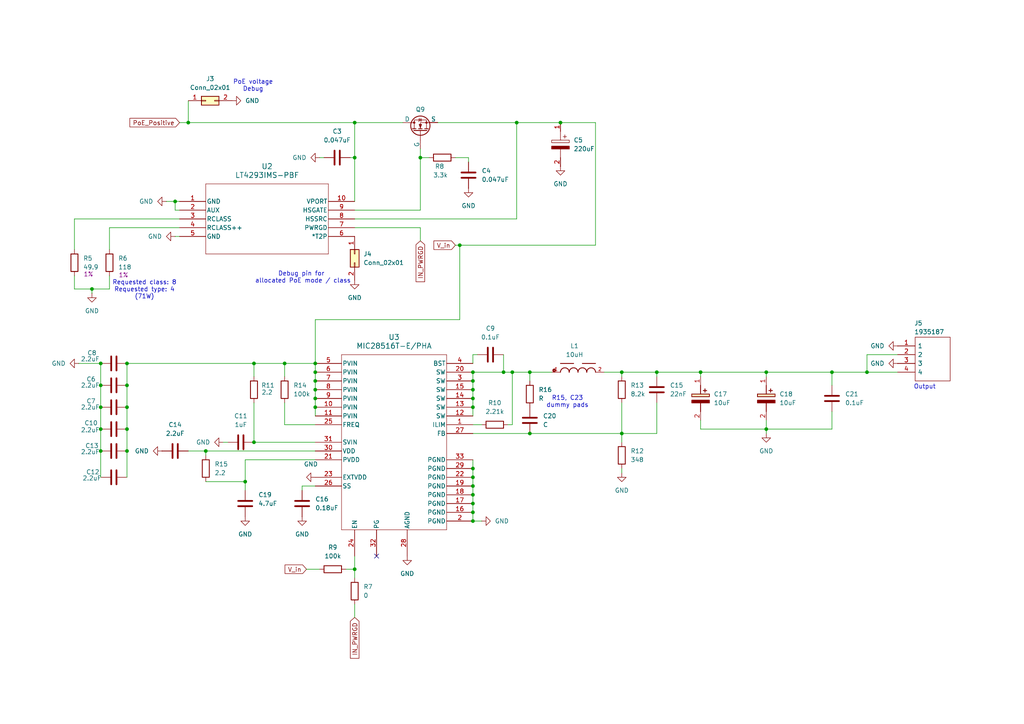
<source format=kicad_sch>
(kicad_sch (version 20231120) (generator "eeschema") (generator_version "8.0")
  (paper "A4")
  (lib_symbols
    (symbol "1935187:1935187" (pin_names (offset 0.762))
      (property "Reference" "J" (at 16.51 7.62 0))
      (property "Value" "1935187" (at 16.51 5.08 0))
      (symbol "1935187_0_0"
        (pin passive line (at 0 0 0) (length 5.08) (name "1") (number "1"))
        (pin passive line (at 0 -2.54 0) (length 5.08) (name "2") (number "2"))
        (pin passive line (at 0 -5.08 0) (length 5.08) (name "3") (number "3"))
        (pin passive line (at 0 -7.62 0) (length 5.08) (name "4") (number "4"))
      )
      (symbol "1935187_0_1"
        (polyline (pts (xy 5.08 2.54) (xy 15.24 2.54) (xy 15.24 -10.16) (xy 5.08 -10.16) (xy 5.08 2.54)) (stroke (width 0.1524)))
      )
    )
    (symbol "2025-02-18_13-22-43:LT4293IMS-PBF" (pin_names (offset 0.254))
      (property "Reference" "U" (at 25.4 10.16 0))
      (property "Value" "LT4293IMS-PBF" (at 25.4 7.62 0))
      (symbol "LT4293IMS-PBF_0_1"
        (polyline (pts (xy 7.62 -15.24) (xy 43.18 -15.24)) (stroke (width 0.127)))
        (polyline (pts (xy 7.62 5.08) (xy 7.62 -15.24)) (stroke (width 0.127)))
        (polyline (pts (xy 43.18 -15.24) (xy 43.18 5.08)) (stroke (width 0.127)))
        (polyline (pts (xy 43.18 5.08) (xy 7.62 5.08)) (stroke (width 0.127)))
        (pin power_out line (at 0 0 0) (length 7.62) (name "GND") (number "1"))
        (pin power_in line (at 50.8 0 180) (length 7.62) (name "VPORT") (number "10"))
        (pin unspecified line (at 0 -2.54 0) (length 7.62) (name "AUX") (number "2"))
        (pin unspecified line (at 0 -5.08 0) (length 7.62) (name "RCLASS") (number "3"))
        (pin unspecified line (at 0 -7.62 0) (length 7.62) (name "RCLASS++") (number "4"))
        (pin power_out line (at 0 -10.16 0) (length 7.62) (name "GND") (number "5"))
        (pin output line (at 50.8 -10.16 180) (length 7.62) (name "*T2P") (number "6"))
        (pin output line (at 50.8 -7.62 180) (length 7.62) (name "PWRGD") (number "7"))
        (pin power_in line (at 50.8 -5.08 180) (length 7.62) (name "HSSRC") (number "8"))
        (pin power_in line (at 50.8 -2.54 180) (length 7.62) (name "HSGATE") (number "9"))
      )
    )
    (symbol "2025-02-26_10-35-35:MIC28516T-E_PHA" (pin_names (offset 0.254))
      (property "Reference" "U3" (at 22.86 10.16 0))
      (property "Value" "MIC28516T-E/PHA" (at 22.86 7.62 0))
      (symbol "MIC28516T-E_PHA_0_1"
        (polyline (pts (xy 7.62 -45.72) (xy 38.1 -45.72)) (stroke (width 0.127)))
        (polyline (pts (xy 7.62 5.08) (xy 7.62 -45.72)) (stroke (width 0.127)))
        (polyline (pts (xy 38.1 -45.72) (xy 38.1 5.08)) (stroke (width 0.127)))
        (polyline (pts (xy 38.1 5.08) (xy 7.62 5.08)) (stroke (width 0.127)))
        (pin input line (at 45.72 -15.24 180) (length 7.62) (name "ILIM") (number "1"))
        (pin power_in line (at 0 -10.16 0) (length 7.62) (name "PVIN") (number "10"))
        (pin power_in line (at 0 -12.7 0) (length 7.62) (name "PVIN") (number "11"))
        (pin output line (at 45.72 -12.7 180) (length 7.62) (name "SW") (number "12"))
        (pin output line (at 45.72 -10.16 180) (length 7.62) (name "SW") (number "13"))
        (pin output line (at 45.72 -7.62 180) (length 7.62) (name "SW") (number "14"))
        (pin output line (at 45.72 -5.08 180) (length 7.62) (name "SW") (number "15"))
        (pin power_out line (at 45.72 -40.64 180) (length 7.62) (name "PGND") (number "16"))
        (pin power_out line (at 45.72 -38.1 180) (length 7.62) (name "PGND") (number "17"))
        (pin power_out line (at 45.72 -35.56 180) (length 7.62) (name "PGND") (number "18"))
        (pin power_out line (at 45.72 -33.02 180) (length 7.62) (name "PGND") (number "19"))
        (pin power_out line (at 45.72 -43.18 180) (length 7.62) (name "PGND") (number "2"))
        (pin output line (at 45.72 0 180) (length 7.62) (name "SW") (number "20"))
        (pin power_in line (at 0 -25.4 0) (length 7.62) (name "PVDD") (number "21"))
        (pin power_out line (at 45.72 -30.48 180) (length 7.62) (name "PGND") (number "22"))
        (pin power_in line (at 0 -30.48 0) (length 7.62) (name "EXTVDD") (number "23"))
        (pin input line (at 11.43 -53.34 90) (length 7.62) (name "EN") (number "24"))
        (pin input line (at 0 -15.24 0) (length 7.62) (name "FREQ") (number "25"))
        (pin input line (at 0 -33.02 0) (length 7.62) (name "SS") (number "26"))
        (pin input line (at 45.72 -17.78 180) (length 7.62) (name "FB") (number "27"))
        (pin power_out line (at 26.67 -53.34 90) (length 7.62) (name "AGND") (number "28"))
        (pin power_out line (at 45.72 -27.94 180) (length 7.62) (name "PGND") (number "29"))
        (pin output line (at 45.72 -2.54 180) (length 7.62) (name "SW") (number "3"))
        (pin power_in line (at 0 -22.86 0) (length 7.62) (name "VDD") (number "30"))
        (pin power_in line (at 0 -20.32 0) (length 7.62) (name "SVIN") (number "31"))
        (pin output line (at 17.78 -53.34 90) (length 7.62) (name "PG") (number "32"))
        (pin power_out line (at 45.72 -25.4 180) (length 7.62) (name "PGND") (number "33"))
        (pin output line (at 45.72 2.54 180) (length 7.62) (name "BST") (number "4"))
        (pin power_in line (at 0 2.54 0) (length 7.62) (name "PVIN") (number "5"))
        (pin power_in line (at 0 0 0) (length 7.62) (name "PVIN") (number "6"))
        (pin power_in line (at 0 -2.54 0) (length 7.62) (name "PVIN") (number "7"))
        (pin power_in line (at 0 -5.08 0) (length 7.62) (name "PVIN") (number "8"))
        (pin power_in line (at 0 -7.62 0) (length 7.62) (name "PVIN") (number "9"))
      )
    )
    (symbol "20SVPA10M:20SVPA10M" (pin_names hide)
      (property "Reference" "C" (at 8.89 6.35 0))
      (property "Value" "20SVPA10M" (at 8.89 3.81 0))
      (symbol "20SVPA10M_1_1"
        (polyline (pts (xy 2.54 0) (xy 5.08 0)) (stroke (width 0.254)))
        (polyline (pts (xy 4.064 1.778) (xy 4.064 0.762)) (stroke (width 0.254)))
        (polyline (pts (xy 4.572 1.27) (xy 3.556 1.27)) (stroke (width 0.254)))
        (polyline (pts (xy 7.62 0) (xy 10.16 0)) (stroke (width 0.254)))
        (polyline (pts (xy 7.62 2.54) (xy 7.62 -2.54) (xy 6.858 -2.54) (xy 6.858 2.54) (xy 7.62 2.54)) (stroke (width 0.254)) (fill (type outline)))
        (rectangle (start 5.08 2.54) (end 5.842 -2.54) (stroke (width 0.254)) (fill (type background)))
        (pin passive line (at 0 0 0) (length 2.54) (name "+") (number "1"))
        (pin passive line (at 12.7 0 180) (length 2.54) (name "-") (number "2"))
      )
    )
    (symbol "Connector_Generic:Conn_02x01" (pin_names (offset 1.016) hide)
      (property "Reference" "J" (at 1.27 2.54 0))
      (property "Value" "Conn_02x01" (at 1.27 -2.54 0))
      (symbol "Conn_02x01_1_1"
        (rectangle (start -1.27 0.127) (end 0 -0.127) (stroke (width 0.1524)))
        (rectangle (start -1.27 1.27) (end 3.81 -1.27) (stroke (width 0.254)) (fill (type background)))
        (rectangle (start 3.81 0.127) (end 2.54 -0.127) (stroke (width 0.1524)))
        (pin passive line (at -5.08 0 0) (length 3.81) (name "Pin_1") (number "1"))
        (pin passive line (at 7.62 0 180) (length 3.81) (name "Pin_2") (number "2"))
      )
    )
    (symbol "Device:C" (pin_numbers hide) (pin_names (offset 0.254))
      (property "Reference" "C" (at 0.635 2.54 0))
      (property "Value" "C" (at 0.635 -2.54 0))
      (symbol "C_0_1"
        (polyline (pts (xy -2.032 -0.762) (xy 2.032 -0.762)) (stroke (width 0.508)))
        (polyline (pts (xy -2.032 0.762) (xy 2.032 0.762)) (stroke (width 0.508)))
      )
      (symbol "C_1_1"
        (pin passive line (at 0 3.81 270) (length 2.794) (name "~") (number "1"))
        (pin passive line (at 0 -3.81 90) (length 2.794) (name "~") (number "2"))
      )
    )
    (symbol "Device:R" (pin_numbers hide) (pin_names (offset 0))
      (property "Reference" "R" (at 2.032 0 90))
      (property "Value" "R" (at 0 0 90))
      (symbol "R_0_1"
        (rectangle (start -1.016 -2.54) (end 1.016 2.54) (stroke (width 0.254)))
      )
      (symbol "R_1_1"
        (pin passive line (at 0 3.81 270) (length 1.27) (name "~") (number "1"))
        (pin passive line (at 0 -3.81 90) (length 1.27) (name "~") (number "2"))
      )
    )
    (symbol "EEU-FS2A221B:EEU-FS2A221B" (pin_names (offset 0.762))
      (property "Reference" "C" (at 8.89 6.35 0))
      (property "Value" "EEU-FS2A221B" (at 8.89 3.81 0))
      (symbol "EEU-FS2A221B_0_0"
        (pin passive line (at 0 0 0) (length 2.54) (name "~") (number "1"))
        (pin passive line (at 12.7 0 180) (length 2.54) (name "~") (number "2"))
      )
      (symbol "EEU-FS2A221B_0_1"
        (polyline (pts (xy 2.54 0) (xy 5.08 0)) (stroke (width 0.1524)))
        (polyline (pts (xy 4.064 1.778) (xy 4.064 0.762)) (stroke (width 0.1524)))
        (polyline (pts (xy 4.572 1.27) (xy 3.556 1.27)) (stroke (width 0.1524)))
        (polyline (pts (xy 7.62 0) (xy 10.16 0)) (stroke (width 0.1524)))
        (polyline (pts (xy 5.08 2.54) (xy 5.08 -2.54) (xy 5.842 -2.54) (xy 5.842 2.54) (xy 5.08 2.54)) (stroke (width 0.1524)))
        (polyline (pts (xy 7.62 2.54) (xy 7.62 -2.54) (xy 6.858 -2.54) (xy 6.858 2.54) (xy 7.62 2.54)) (stroke (width 0.254)) (fill (type outline)))
      )
    )
    (symbol "WE-XHMI_1090:WE-XHMI_1090" (pin_names (offset 1.016))
      (property "Reference" "L" (at 0 3.81 0))
      (property "Value" "WE-XHMI_1090" (at 0 -2.54 0))
      (symbol "WE-XHMI_1090_0_0"
        (circle (center -6.908 0.53) (radius 0.1) (stroke (width 0.4064)))
        (arc (start -2.54 0) (mid -3.81 1.2645) (end -5.08 0) (stroke (width 0.254)))
        (arc (start 0 0) (mid -1.27 1.2645) (end -2.54 0) (stroke (width 0.254)))
        (polyline (pts (xy -5.08 2.54) (xy -1.27 2.54)) (stroke (width 0.254)))
        (polyline (pts (xy 1.27 2.54) (xy 5.08 2.54)) (stroke (width 0.254)))
        (arc (start 2.54 0) (mid 1.27 1.2645) (end 0 0) (stroke (width 0.254)))
        (arc (start 5.08 0) (mid 3.81 1.2645) (end 2.54 0) (stroke (width 0.254)))
        (pin passive line (at -7.62 0 0) (length 2.54) (name "~") (number "1"))
        (pin passive line (at 7.62 0 180) (length 2.54) (name "~") (number "2"))
      )
    )
    (symbol "power:GND" (power) (pin_numbers hide) (pin_names (offset 0) hide)
      (property "Value" "GND" (at 0 -3.81 0))
      (symbol "GND_0_1"
        (polyline (pts (xy 0 0) (xy 0 -1.27) (xy 1.27 -1.27) (xy 0 -2.54) (xy -1.27 -1.27) (xy 0 -1.27)))
      )
      (symbol "GND_1_1"
        (pin power_in line (at 0 0 270) (length 0) (name "~") (number "1"))
      )
    )
    (symbol "test:NMOS_LFPAK33" (pin_numbers hide) (pin_names (offset 0))
      (property "Reference" "Q10" (at 6.35 1.2701 0))
      (property "Value" "PSMN040-100MSE" (at 6.35 -1.2699 0))
      (symbol "NMOS_LFPAK33_0_1"
        (polyline (pts (xy 0.254 0) (xy -2.54 0)))
        (polyline (pts (xy 0.254 1.905) (xy 0.254 -1.905)) (stroke (width 0.254)))
        (polyline (pts (xy 0.762 -1.27) (xy 0.762 -2.286)) (stroke (width 0.254)))
        (polyline (pts (xy 0.762 0.508) (xy 0.762 -0.508)) (stroke (width 0.254)))
        (polyline (pts (xy 0.762 2.286) (xy 0.762 1.27)) (stroke (width 0.254)))
        (polyline (pts (xy 2.54 2.54) (xy 2.54 1.778)))
        (polyline (pts (xy 2.54 -2.54) (xy 2.54 0) (xy 0.762 0)))
        (polyline (pts (xy 0.762 -1.778) (xy 3.302 -1.778) (xy 3.302 1.778) (xy 0.762 1.778)))
        (polyline (pts (xy 1.016 0) (xy 2.032 0.381) (xy 2.032 -0.381) (xy 1.016 0)) (fill (type outline)))
        (polyline (pts (xy 2.794 0.508) (xy 2.921 0.381) (xy 3.683 0.381) (xy 3.81 0.254)))
        (polyline (pts (xy 3.302 0.381) (xy 2.921 -0.254) (xy 3.683 -0.254) (xy 3.302 0.381)))
        (circle (center 1.651 0) (radius 2.794) (stroke (width 0.254)))
        (circle (center 2.54 -1.778) (radius 0.254) (fill (type outline)))
        (circle (center 2.54 1.778) (radius 0.254) (fill (type outline)))
      )
      (symbol "NMOS_LFPAK33_1_1"
        (pin passive line (at 2.54 -5.08 90) (length 2.54) (name "S") (number "1"))
        (pin passive line (at 2.54 -5.08 90) (length 2.54) (name "S") (number "2"))
        (pin passive line (at 2.54 -5.08 90) (length 2.54) (name "S") (number "3"))
        (pin input line (at -5.08 0 0) (length 2.54) (name "G") (number "4"))
        (pin passive line (at 2.54 5.08 270) (length 2.54) (name "D") (number "5"))
      )
    )
  )
  (junction (at 82.55 105.41))
  (junction (at 137.16 113.03))
  (junction (at 153.67 107.95))
  (junction (at 162.56 35.56))
  (junction (at 153.67 125.73))
  (junction (at 36.83 124.46))
  (junction (at 180.34 125.73))
  (junction (at 137.16 110.49))
  (junction (at 149.86 35.56))
  (junction (at 29.21 118.11))
  (junction (at 91.44 115.57))
  (junction (at 222.25 124.46))
  (junction (at 71.12 139.7))
  (junction (at 29.21 130.81))
  (junction (at 137.16 138.43))
  (junction (at 137.16 115.57))
  (junction (at 36.83 130.81))
  (junction (at 222.25 107.95))
  (junction (at 190.5 107.95))
  (junction (at 36.83 105.41))
  (junction (at 91.44 107.95))
  (junction (at 180.34 107.95))
  (junction (at 36.83 111.76))
  (junction (at 203.2 107.95))
  (junction (at 36.83 118.11))
  (junction (at 26.67 83.82))
  (junction (at 137.16 146.05))
  (junction (at 251.46 107.95))
  (junction (at 137.16 143.51))
  (junction (at 91.44 105.41))
  (junction (at 102.87 45.72))
  (junction (at 91.44 113.03))
  (junction (at 29.21 124.46))
  (junction (at 102.87 35.56))
  (junction (at 133.35 71.12))
  (junction (at 73.66 105.41))
  (junction (at 54.61 35.56))
  (junction (at 102.87 165.1))
  (junction (at 137.16 148.59))
  (junction (at 29.21 105.41))
  (junction (at 148.59 107.95))
  (junction (at 241.3 107.95))
  (junction (at 121.92 45.72))
  (junction (at 146.05 107.95))
  (junction (at 59.69 130.81))
  (junction (at 73.66 128.27))
  (junction (at 91.44 118.11))
  (junction (at 50.8 58.42))
  (junction (at 137.16 140.97))
  (junction (at 137.16 107.95))
  (junction (at 91.44 110.49))
  (junction (at 137.16 118.11))
  (junction (at 29.21 111.76))
  (junction (at 137.16 151.13))
  (junction (at 137.16 135.89))
  (no_connect (at 109.22 161.29))
  (wire (pts (xy 137.16 146.05) (xy 137.16 148.59)))
  (wire (pts (xy 102.87 35.56) (xy 116.84 35.56)))
  (wire (pts (xy 137.16 148.59) (xy 137.16 151.13)))
  (wire (pts (xy 137.16 102.87) (xy 137.16 105.41)))
  (wire (pts (xy 162.56 35.56) (xy 172.72 35.56)))
  (wire (pts (xy 22.86 105.41) (xy 29.21 105.41)))
  (wire (pts (xy 222.25 107.95) (xy 222.25 109.22)))
  (wire (pts (xy 137.16 125.73) (xy 153.67 125.73)))
  (wire (pts (xy 251.46 107.95) (xy 251.46 102.87)))
  (wire (pts (xy 88.9 165.1) (xy 92.71 165.1)))
  (wire (pts (xy 148.59 123.19) (xy 148.59 107.95)))
  (wire (pts (xy 102.87 60.96) (xy 121.92 60.96)))
  (wire (pts (xy 133.35 71.12) (xy 133.35 92.71)))
  (wire (pts (xy 50.8 58.42) (xy 52.07 58.42)))
  (wire (pts (xy 73.66 128.27) (xy 91.44 128.27)))
  (wire (pts (xy 59.69 132.08) (xy 59.69 130.81)))
  (wire (pts (xy 222.25 107.95) (xy 241.3 107.95)))
  (wire (pts (xy 180.34 135.89) (xy 180.34 137.16)))
  (wire (pts (xy 91.44 92.71) (xy 91.44 105.41)))
  (wire (pts (xy 101.6 45.72) (xy 102.87 45.72)))
  (wire (pts (xy 203.2 124.46) (xy 203.2 121.92)))
  (wire (pts (xy 91.44 113.03) (xy 91.44 115.57)))
  (wire (pts (xy 137.16 140.97) (xy 137.16 143.51)))
  (wire (pts (xy 50.8 60.96) (xy 50.8 58.42)))
  (wire (pts (xy 91.44 115.57) (xy 91.44 118.11)))
  (wire (pts (xy 135.89 45.72) (xy 135.89 46.99)))
  (wire (pts (xy 153.67 107.95) (xy 160.02 107.95)))
  (wire (pts (xy 180.34 107.95) (xy 190.5 107.95)))
  (wire (pts (xy 52.07 63.5) (xy 21.59 63.5)))
  (wire (pts (xy 190.5 107.95) (xy 203.2 107.95)))
  (wire (pts (xy 222.25 124.46) (xy 222.25 125.73)))
  (wire (pts (xy 29.21 130.81) (xy 29.21 138.43)))
  (wire (pts (xy 180.34 107.95) (xy 180.34 109.22)))
  (wire (pts (xy 153.67 107.95) (xy 153.67 110.49)))
  (wire (pts (xy 52.07 35.56) (xy 54.61 35.56)))
  (wire (pts (xy 91.44 110.49) (xy 91.44 113.03)))
  (wire (pts (xy 203.2 124.46) (xy 222.25 124.46)))
  (wire (pts (xy 64.77 128.27) (xy 66.04 128.27)))
  (wire (pts (xy 153.67 125.73) (xy 180.34 125.73)))
  (wire (pts (xy 102.87 45.72) (xy 102.87 58.42)))
  (wire (pts (xy 190.5 107.95) (xy 190.5 109.22)))
  (wire (pts (xy 102.87 35.56) (xy 102.87 45.72)))
  (wire (pts (xy 82.55 105.41) (xy 82.55 109.22)))
  (wire (pts (xy 149.86 35.56) (xy 127 35.56)))
  (wire (pts (xy 102.87 63.5) (xy 149.86 63.5)))
  (wire (pts (xy 121.92 45.72) (xy 121.92 60.96)))
  (wire (pts (xy 26.67 83.82) (xy 26.67 85.09)))
  (wire (pts (xy 102.87 161.29) (xy 102.87 165.1)))
  (wire (pts (xy 190.5 116.84) (xy 190.5 125.73)))
  (wire (pts (xy 36.83 105.41) (xy 73.66 105.41)))
  (wire (pts (xy 137.16 107.95) (xy 137.16 110.49)))
  (wire (pts (xy 59.69 139.7) (xy 71.12 139.7)))
  (wire (pts (xy 137.16 133.35) (xy 137.16 135.89)))
  (wire (pts (xy 102.87 165.1) (xy 102.87 167.64)))
  (wire (pts (xy 241.3 119.38) (xy 241.3 124.46)))
  (wire (pts (xy 29.21 105.41) (xy 29.21 111.76)))
  (wire (pts (xy 241.3 107.95) (xy 241.3 111.76)))
  (wire (pts (xy 82.55 123.19) (xy 91.44 123.19)))
  (wire (pts (xy 54.61 29.21) (xy 54.61 35.56)))
  (wire (pts (xy 180.34 116.84) (xy 180.34 125.73)))
  (wire (pts (xy 132.08 45.72) (xy 135.89 45.72)))
  (wire (pts (xy 241.3 124.46) (xy 222.25 124.46)))
  (wire (pts (xy 137.16 151.13) (xy 139.7 151.13)))
  (wire (pts (xy 172.72 71.12) (xy 133.35 71.12)))
  (wire (pts (xy 100.33 165.1) (xy 102.87 165.1)))
  (wire (pts (xy 48.26 58.42) (xy 50.8 58.42)))
  (wire (pts (xy 146.05 107.95) (xy 146.05 102.87)))
  (wire (pts (xy 82.55 116.84) (xy 82.55 123.19)))
  (wire (pts (xy 59.69 130.81) (xy 91.44 130.81)))
  (wire (pts (xy 87.63 140.97) (xy 87.63 142.24)))
  (wire (pts (xy 137.16 102.87) (xy 138.43 102.87)))
  (wire (pts (xy 36.83 124.46) (xy 36.83 130.81)))
  (wire (pts (xy 54.61 35.56) (xy 102.87 35.56)))
  (wire (pts (xy 121.92 69.85) (xy 121.92 66.04)))
  (wire (pts (xy 71.12 133.35) (xy 91.44 133.35)))
  (wire (pts (xy 137.16 123.19) (xy 139.7 123.19)))
  (wire (pts (xy 149.86 35.56) (xy 162.56 35.56)))
  (wire (pts (xy 71.12 133.35) (xy 71.12 139.7)))
  (wire (pts (xy 203.2 107.95) (xy 222.25 107.95)))
  (wire (pts (xy 91.44 140.97) (xy 87.63 140.97)))
  (wire (pts (xy 36.83 105.41) (xy 36.83 111.76)))
  (wire (pts (xy 172.72 35.56) (xy 172.72 71.12)))
  (wire (pts (xy 52.07 66.04) (xy 31.75 66.04)))
  (wire (pts (xy 29.21 118.11) (xy 29.21 124.46)))
  (wire (pts (xy 21.59 80.01) (xy 21.59 83.82)))
  (wire (pts (xy 73.66 105.41) (xy 73.66 109.22)))
  (wire (pts (xy 148.59 107.95) (xy 153.67 107.95)))
  (wire (pts (xy 91.44 118.11) (xy 91.44 120.65)))
  (wire (pts (xy 180.34 125.73) (xy 180.34 128.27)))
  (wire (pts (xy 54.61 130.81) (xy 59.69 130.81)))
  (wire (pts (xy 137.16 115.57) (xy 137.16 118.11)))
  (wire (pts (xy 52.07 60.96) (xy 50.8 60.96)))
  (wire (pts (xy 137.16 107.95) (xy 146.05 107.95)))
  (wire (pts (xy 137.16 110.49) (xy 137.16 113.03)))
  (wire (pts (xy 21.59 83.82) (xy 26.67 83.82)))
  (wire (pts (xy 147.32 123.19) (xy 148.59 123.19)))
  (wire (pts (xy 137.16 118.11) (xy 137.16 120.65)))
  (wire (pts (xy 31.75 83.82) (xy 31.75 80.01)))
  (wire (pts (xy 29.21 124.46) (xy 29.21 130.81)))
  (wire (pts (xy 31.75 66.04) (xy 31.75 72.39)))
  (wire (pts (xy 149.86 63.5) (xy 149.86 35.56)))
  (wire (pts (xy 92.71 45.72) (xy 93.98 45.72)))
  (wire (pts (xy 241.3 107.95) (xy 251.46 107.95)))
  (wire (pts (xy 148.59 107.95) (xy 146.05 107.95)))
  (wire (pts (xy 21.59 63.5) (xy 21.59 72.39)))
  (wire (pts (xy 251.46 102.87) (xy 260.35 102.87)))
  (wire (pts (xy 36.83 118.11) (xy 36.83 124.46)))
  (wire (pts (xy 82.55 105.41) (xy 91.44 105.41)))
  (wire (pts (xy 73.66 128.27) (xy 73.66 116.84)))
  (wire (pts (xy 133.35 92.71) (xy 91.44 92.71)))
  (wire (pts (xy 137.16 143.51) (xy 137.16 146.05)))
  (wire (pts (xy 29.21 111.76) (xy 29.21 118.11)))
  (wire (pts (xy 121.92 66.04) (xy 102.87 66.04)))
  (wire (pts (xy 121.92 43.18) (xy 121.92 45.72)))
  (wire (pts (xy 50.8 68.58) (xy 52.07 68.58)))
  (wire (pts (xy 251.46 107.95) (xy 260.35 107.95)))
  (wire (pts (xy 175.26 107.95) (xy 180.34 107.95)))
  (wire (pts (xy 190.5 125.73) (xy 180.34 125.73)))
  (wire (pts (xy 102.87 175.26) (xy 102.87 179.07)))
  (wire (pts (xy 71.12 139.7) (xy 71.12 142.24)))
  (wire (pts (xy 73.66 105.41) (xy 82.55 105.41)))
  (wire (pts (xy 124.46 45.72) (xy 121.92 45.72)))
  (wire (pts (xy 36.83 130.81) (xy 36.83 138.43)))
  (wire (pts (xy 26.67 83.82) (xy 31.75 83.82)))
  (wire (pts (xy 203.2 109.22) (xy 203.2 107.95)))
  (wire (pts (xy 222.25 121.92) (xy 222.25 124.46)))
  (wire (pts (xy 91.44 107.95) (xy 91.44 110.49)))
  (wire (pts (xy 137.16 138.43) (xy 137.16 140.97)))
  (wire (pts (xy 36.83 111.76) (xy 36.83 118.11)))
  (wire (pts (xy 91.44 105.41) (xy 91.44 107.95)))
  (wire (pts (xy 137.16 113.03) (xy 137.16 115.57)))
  (wire (pts (xy 137.16 135.89) (xy 137.16 138.43)))
  (wire (pts (xy 133.35 71.12) (xy 132.08 71.12)))
  (text "Requested class: 8\nRequested type: 4\n(71W)" (at 41.91 84.074 0) (effects (font (size 1.27 1.27))))
  (text "PoE voltage\nDebug" (at 73.406 24.892 0) (effects (font (size 1.27 1.27))))
  (text "Output" (at 268.224 112.268 0) (effects (font (size 1.27 1.27))))
  (text "Debug pin for \nallocated PoE mode / class" (at 87.884 80.518 0) (effects (font (size 1.27 1.27))))
  (text "R15, C23\ndummy pads\n" (at 164.592 116.586 0) (effects (font (size 1.27 1.27))))
  (global_label "V_in" (shape input) (at 88.9 165.1 180) (property "Intersheetrefs" "${INTERSHEET_REFS}" (effects (hide yes))))
  (global_label "PoE_Positive" (shape input) (at 52.07 35.56 180) (property "Intersheetrefs" "${INTERSHEET_REFS}" (effects (hide yes))))
  (global_label "IN_PWRGD" (shape input) (at 121.92 69.85 270) (property "Intersheetrefs" "${INTERSHEET_REFS}" (effects (hide yes))))
  (global_label "IN_PWRGD" (shape input) (at 102.87 179.07 270) (property "Intersheetrefs" "${INTERSHEET_REFS}" (effects (hide yes))))
  (global_label "V_in" (shape input) (at 132.08 71.12 180) (property "Intersheetrefs" "${INTERSHEET_REFS}" (effects (hide yes))))
  (symbol (lib_id "Device:C") (at 33.02 124.46 90) (unit 1)
    (property "Reference" "C10" (at 26.416 122.682 90))
    (property "Value" "2.2uF" (at 26.162 124.714 90))
    (property "Footprint" "Capacitor_SMD:C_1206_3216Metric" (effects (hide yes)))
    (property "Description" "Unpolarized capacitor" (effects (hide yes)))
  )
  (symbol (lib_id "Device:C") (at 142.24 102.87 90) (unit 1)
    (property "Reference" "C9" (at 142.24 95.25 90))
    (property "Value" "0.1uF" (at 142.24 97.79 90))
    (property "Footprint" "Capacitor_SMD:C_0603_1608Metric_Pad1.08x0.95mm_HandSolder" (effects (hide yes)))
    (property "Description" "Unpolarized capacitor" (effects (hide yes)))
  )
  (symbol (lib_id "power:GND") (at 46.99 130.81 270) (unit 1)
    (property "Reference" "#PWR013" (effects (hide yes)))
    (property "Value" "GND" (at 43.18 130.8099 90) (effects (justify right)))
    (property "Description" "Power symbol creates a global label with name \"GND\" , ground" (effects (hide yes)))
  )
  (symbol (lib_id "EEU-FS2A221B:EEU-FS2A221B") (at 162.56 35.56 270) (unit 1)
    (property "Reference" "C5" (at 166.37 40.6399 90) (effects (justify left)))
    (property "Value" "220uF" (at 166.37 43.1799 90) (effects (justify left)))
    (property "Footprint" "local symbols:CAPPRD500W65D1250H2700" (effects (hide yes)))
    (property "Datasheet" "http://industrial.panasonic.com/cdbs/www-data/pdf/RDF0000/ABA0000C1255.pdf" (effects (hide yes)))
    (property "Description" "Aluminium Electrolytic Capacitor, Radial Lead,220 (F),100V,12.5X25" (effects (hide yes)))
    (property "Description_1" "Aluminium Electrolytic Capacitor, Radial Lead,220 (F),100V,12.5X25" (effects (hide yes)))
    (property "Height" "27" (effects (hide yes)))
    (property "Mouser Part Number" "667-EEU-FS2A221B" (effects (hide yes)))
    (property "Mouser Price/Stock" "https://www.mouser.co.uk/ProductDetail/Panasonic/EEU-FS2A221B?qs=w%2Fv1CP2dgqqAbg7G%252BWfZEw%3D%3D" (effects (hide yes)))
    (property "Manufacturer_Name" "Panasonic" (effects (hide yes)))
    (property "Manufacturer_Part_Number" "EEU-FS2A221B" (effects (hide yes)))
  )
  (symbol (lib_id "Device:C") (at 153.67 121.92 0) (unit 1)
    (property "Reference" "C20" (at 157.48 120.6499 0) (effects (justify left)))
    (property "Value" "C" (at 157.48 123.1899 0) (effects (justify left)))
    (property "Footprint" "Capacitor_SMD:C_1206_3216Metric_Pad1.33x1.80mm_HandSolder" (effects (hide yes)))
    (property "Description" "Unpolarized capacitor" (effects (hide yes)))
  )
  (symbol (lib_id "power:GND") (at 48.26 58.42 270) (unit 1)
    (property "Reference" "#PWR07" (effects (hide yes)))
    (property "Value" "GND" (at 44.45 58.4199 90) (effects (justify right)))
    (property "Description" "Power symbol creates a global label with name \"GND\" , ground" (effects (hide yes)))
  )
  (symbol (lib_id "2025-02-18_13-22-43:LT4293IMS-PBF") (at 52.07 58.42 0) (unit 1)
    (property "Reference" "U2" (at 77.47 48.26 0) (effects (font (size 1.524 1.524))))
    (property "Value" "LT4293IMS-PBF" (at 77.47 50.8 0) (effects (font (size 1.524 1.524))))
    (property "Footprint" "footprints:05-08-1661_ADI" (effects (hide yes)))
    (property "Datasheet" "LT4293IMS-PBF" (effects (hide yes)))
  )
  (symbol (lib_id "WE-XHMI_1090:WE-XHMI_1090") (at 167.64 107.95 0) (unit 1)
    (property "Reference" "L1" (at 166.6379 100.33 0))
    (property "Value" "10uH" (at 166.6379 102.87 0))
    (property "Footprint" "local symbols:WE-XHMI_1090" (effects (hide yes)))
  )
  (symbol (lib_id "Device:C") (at 97.79 45.72 90) (unit 1)
    (property "Reference" "C3" (at 97.79 38.1 90))
    (property "Value" "0.047uF" (at 97.79 40.64 90))
    (property "Footprint" "Capacitor_SMD:C_1206_3216Metric_Pad1.33x1.80mm_HandSolder" (effects (hide yes)))
    (property "Description" "Unpolarized capacitor" (effects (hide yes)))
  )
  (symbol (lib_id "power:GND") (at 139.7 151.13 90) (unit 1)
    (property "Reference" "#PWR014" (effects (hide yes)))
    (property "Value" "GND" (at 143.51 151.1299 90) (effects (justify right)))
    (property "Description" "Power symbol creates a global label with name \"GND\" , ground" (effects (hide yes)))
  )
  (symbol (lib_id "Device:R") (at 180.34 113.03 0) (unit 1)
    (property "Reference" "R13" (at 182.88 111.7599 0) (effects (justify left)))
    (property "Value" "8.2k" (at 182.88 114.2999 0) (effects (justify left)))
    (property "Footprint" "Resistor_SMD:R_0603_1608Metric_Pad0.98x0.95mm_HandSolder" (effects (hide yes)))
    (property "Description" "Resistor" (effects (hide yes)))
  )
  (symbol (lib_id "Device:R") (at 73.66 113.03 0) (unit 1)
    (property "Reference" "R11" (at 77.724 111.76 0))
    (property "Value" "2.2" (at 77.47 113.792 0))
    (property "Footprint" "Resistor_SMD:R_0603_1608Metric_Pad0.98x0.95mm_HandSolder" (effects (hide yes)))
    (property "Description" "Resistor" (effects (hide yes)))
  )
  (symbol (lib_id "power:GND") (at 135.89 54.61 0) (unit 1)
    (property "Reference" "#PWR011" (effects (hide yes)))
    (property "Value" "GND" (at 135.89 59.69 0))
    (property "Description" "Power symbol creates a global label with name \"GND\" , ground" (effects (hide yes)))
  )
  (symbol (lib_id "Device:C") (at 33.02 118.11 90) (unit 1)
    (property "Reference" "C7" (at 26.416 116.332 90))
    (property "Value" "2.2uF" (at 26.162 118.11 90))
    (property "Footprint" "Capacitor_SMD:C_1206_3216Metric" (effects (hide yes)))
    (property "Description" "Unpolarized capacitor" (effects (hide yes)))
  )
  (symbol (lib_id "power:GND") (at 260.35 100.33 270) (unit 1)
    (property "Reference" "#PWR024" (effects (hide yes)))
    (property "Value" "GND" (at 256.54 100.3299 90) (effects (justify right)))
    (property "Description" "Power symbol creates a global label with name \"GND\" , ground" (effects (hide yes)))
  )
  (symbol (lib_id "power:GND") (at 102.87 81.28 0) (unit 1)
    (property "Reference" "#PWR026" (effects (hide yes)))
    (property "Value" "GND" (at 102.87 86.36 0))
    (property "Description" "Power symbol creates a global label with name \"GND\" , ground" (effects (hide yes)))
  )
  (symbol (lib_id "Device:C") (at 33.02 111.76 90) (unit 1)
    (property "Reference" "C6" (at 26.416 109.982 90))
    (property "Value" "2.2uF" (at 26.162 111.76 90))
    (property "Footprint" "Capacitor_SMD:C_1206_3216Metric" (effects (hide yes)))
    (property "Description" "Unpolarized capacitor" (effects (hide yes)))
  )
  (symbol (lib_id "20SVPA10M:20SVPA10M") (at 203.2 109.22 270) (unit 1)
    (property "Reference" "C17" (at 207.01 114.2999 90) (effects (justify left)))
    (property "Value" "10uF" (at 207.01 116.8399 90) (effects (justify left)))
    (property "Footprint" "local symbols:16SVF82M" (effects (hide yes)))
    (property "Datasheet" "http://industrial.panasonic.com/cdbs/www-data/pdf/AAB8000/AAB8000C185.pdf" (effects (hide yes)))
    (property "Description" "Cap Aluminum Polymer 10uF 20VDC 20% (5 X 5.9mm) SMD 0.04 Ohm 1700mA 2000h 105C T/R" (effects (hide yes)))
    (property "Height" "6" (effects (hide yes)))
    (property "Mouser Part Number" "667-20SVPA10M" (effects (hide yes)))
    (property "Mouser Price/Stock" "https://www.mouser.co.uk/ProductDetail/Panasonic/20SVPA10M?qs=kmv%2FWw32SUMFO%252BR%252BBoc1uQ%3D%3D" (effects (hide yes)))
    (property "Manufacturer_Name" "Panasonic" (effects (hide yes)))
    (property "Manufacturer_Part_Number" "20SVPA10M" (effects (hide yes)))
    (property "Field10" "20SVPA10M" (effects (hide yes)))
    (property "Field11" "ESR 40mOhm" (effects (hide yes)))
  )
  (symbol (lib_id "Device:C") (at 71.12 146.05 0) (unit 1)
    (property "Reference" "C19" (at 74.93 143.5099 0) (effects (justify left)))
    (property "Value" "4.7uF" (at 74.93 146.0499 0) (effects (justify left)))
    (property "Footprint" "Capacitor_SMD:C_1206_3216Metric_Pad1.33x1.80mm_HandSolder" (effects (hide yes)))
    (property "Description" "Unpolarized capacitor" (effects (hide yes)))
    (property "Field5" "Ceramic" (effects (hide yes)))
  )
  (symbol (lib_id "Device:R") (at 21.59 76.2 0) (unit 1)
    (property "Reference" "R5" (at 24.13 74.9299 0) (effects (justify left)))
    (property "Value" "49.9" (at 24.13 77.4699 0) (effects (justify left)))
    (property "Footprint" "Resistor_SMD:R_0603_1608Metric_Pad0.98x0.95mm_HandSolder" (effects (hide yes)))
    (property "Description" "Resistor" (effects (hide yes)))
    (property "Tolerance" "1%" (at 25.654 79.502 0))
  )
  (symbol (lib_id "Device:C") (at 33.02 138.43 90) (unit 1)
    (property "Reference" "C12" (at 26.924 136.906 90))
    (property "Value" "2.2uF" (at 26.67 138.684 90))
    (property "Footprint" "Capacitor_SMD:C_1206_3216Metric" (effects (hide yes)))
    (property "Description" "Unpolarized capacitor" (effects (hide yes)))
  )
  (symbol (lib_id "power:GND") (at 71.12 149.86 0) (unit 1)
    (property "Reference" "#PWR015" (effects (hide yes)))
    (property "Value" "GND" (at 71.12 154.94 0))
    (property "Description" "Power symbol creates a global label with name \"GND\" , ground" (effects (hide yes)))
  )
  (symbol (lib_id "Device:C") (at 190.5 113.03 0) (unit 1)
    (property "Reference" "C15" (at 194.31 111.7599 0) (effects (justify left)))
    (property "Value" "22nF" (at 194.31 114.2999 0) (effects (justify left)))
    (property "Footprint" "Capacitor_SMD:C_0603_1608Metric_Pad1.08x0.95mm_HandSolder" (effects (hide yes)))
    (property "Description" "Unpolarized capacitor" (effects (hide yes)))
  )
  (symbol (lib_id "power:GND") (at 87.63 149.86 0) (unit 1)
    (property "Reference" "#PWR019" (effects (hide yes)))
    (property "Value" "GND" (at 87.63 154.94 0))
    (property "Description" "Power symbol creates a global label with name \"GND\" , ground" (effects (hide yes)))
  )
  (symbol (lib_id "Device:R") (at 153.67 114.3 0) (unit 1)
    (property "Reference" "R16" (at 156.21 113.0299 0) (effects (justify left)))
    (property "Value" "R" (at 156.21 115.5699 0) (effects (justify left)))
    (property "Footprint" "Resistor_SMD:R_1206_3216Metric_Pad1.30x1.75mm_HandSolder" (effects (hide yes)))
    (property "Description" "Resistor" (effects (hide yes)))
  )
  (symbol (lib_id "power:GND") (at 260.35 105.41 270) (unit 1)
    (property "Reference" "#PWR023" (effects (hide yes)))
    (property "Value" "GND" (at 256.54 105.4099 90) (effects (justify right)))
    (property "Description" "Power symbol creates a global label with name \"GND\" , ground" (effects (hide yes)))
  )
  (symbol (lib_id "power:GND") (at 67.31 29.21 90) (unit 1)
    (property "Reference" "#PWR027" (effects (hide yes)))
    (property "Value" "GND" (at 71.12 29.2099 90) (effects (justify right)))
    (property "Description" "Power symbol creates a global label with name \"GND\" , ground" (effects (hide yes)))
  )
  (symbol (lib_id "Device:C") (at 50.8 130.81 90) (unit 1)
    (property "Reference" "C14" (at 50.8 123.19 90))
    (property "Value" "2.2uF" (at 50.8 125.73 90))
    (property "Footprint" "Capacitor_SMD:C_1206_3216Metric" (effects (hide yes)))
    (property "Description" "Unpolarized capacitor" (effects (hide yes)))
  )
  (symbol (lib_id "Device:R") (at 96.52 165.1 90) (unit 1)
    (property "Reference" "R9" (at 96.52 158.75 90))
    (property "Value" "100k" (at 96.52 161.29 90))
    (property "Footprint" "Resistor_SMD:R_0603_1608Metric_Pad0.98x0.95mm_HandSolder" (effects (hide yes)))
    (property "Description" "Resistor" (effects (hide yes)))
  )
  (symbol (lib_id "power:GND") (at 222.25 125.73 0) (unit 1)
    (property "Reference" "#PWR020" (effects (hide yes)))
    (property "Value" "GND" (at 222.25 130.81 0))
    (property "Description" "Power symbol creates a global label with name \"GND\" , ground" (effects (hide yes)))
  )
  (symbol (lib_id "Device:R") (at 82.55 113.03 0) (unit 1)
    (property "Reference" "R14" (at 85.09 111.7599 0) (effects (justify left)))
    (property "Value" "100k" (at 85.09 114.2999 0) (effects (justify left)))
    (property "Footprint" "Resistor_SMD:R_0603_1608Metric_Pad0.98x0.95mm_HandSolder" (effects (hide yes)))
    (property "Description" "Resistor" (effects (hide yes)))
  )
  (symbol (lib_id "Device:R") (at 143.51 123.19 90) (unit 1)
    (property "Reference" "R10" (at 143.51 116.84 90))
    (property "Value" "2.21k" (at 143.51 119.38 90))
    (property "Footprint" "Resistor_SMD:R_0603_1608Metric_Pad0.98x0.95mm_HandSolder" (effects (hide yes)))
    (property "Description" "Resistor" (effects (hide yes)))
  )
  (symbol (lib_id "Device:C") (at 33.02 130.81 90) (unit 1)
    (property "Reference" "C13" (at 26.67 129.286 90))
    (property "Value" "2.2uF" (at 26.162 131.064 90))
    (property "Footprint" "Capacitor_SMD:C_1206_3216Metric" (effects (hide yes)))
    (property "Description" "Unpolarized capacitor" (effects (hide yes)))
  )
  (symbol (lib_id "Device:C") (at 69.85 128.27 270) (unit 1)
    (property "Reference" "C11" (at 69.85 120.65 90))
    (property "Value" "1uF" (at 69.85 123.19 90))
    (property "Footprint" "Capacitor_SMD:C_0603_1608Metric_Pad1.08x0.95mm_HandSolder" (effects (hide yes)))
    (property "Description" "Unpolarized capacitor" (effects (hide yes)))
  )
  (symbol (lib_id "Device:R") (at 102.87 171.45 0) (unit 1)
    (property "Reference" "R7" (at 105.41 170.1799 0) (effects (justify left)))
    (property "Value" "0" (at 105.41 172.7199 0) (effects (justify left)))
    (property "Footprint" "Resistor_SMD:R_1206_3216Metric_Pad1.30x1.75mm_HandSolder" (effects (hide yes)))
    (property "Description" "Resistor" (effects (hide yes)))
  )
  (symbol (lib_id "Device:R") (at 128.27 45.72 90) (unit 1)
    (property "Reference" "R8" (at 127.508 48.26 90))
    (property "Value" "3.3k" (at 127.762 50.8 90))
    (property "Footprint" "Resistor_SMD:R_0603_1608Metric_Pad0.98x0.95mm_HandSolder" (effects (hide yes)))
    (property "Description" "Resistor" (effects (hide yes)))
  )
  (symbol (lib_id "power:GND") (at 26.67 85.09 0) (unit 1)
    (property "Reference" "#PWR09" (effects (hide yes)))
    (property "Value" "GND" (at 26.67 90.17 0))
    (property "Description" "Power symbol creates a global label with name \"GND\" , ground" (effects (hide yes)))
  )
  (symbol (lib_id "power:GND") (at 91.44 138.43 270) (unit 1)
    (property "Reference" "#PWR021" (effects (hide yes)))
    (property "Value" "GND" (at 90.17 134.62 90))
    (property "Description" "Power symbol creates a global label with name \"GND\" , ground" (effects (hide yes)))
  )
  (symbol (lib_id "power:GND") (at 64.77 128.27 270) (unit 1)
    (property "Reference" "#PWR016" (effects (hide yes)))
    (property "Value" "GND" (at 60.96 128.2699 90) (effects (justify right)))
    (property "Description" "Power symbol creates a global label with name \"GND\" , ground" (effects (hide yes)))
  )
  (symbol (lib_id "Device:C") (at 87.63 146.05 0) (unit 1)
    (property "Reference" "C16" (at 91.44 144.7799 0) (effects (justify left)))
    (property "Value" "0.18uF" (at 91.44 147.3199 0) (effects (justify left)))
    (property "Footprint" "Capacitor_SMD:C_0603_1608Metric_Pad1.08x0.95mm_HandSolder" (effects (hide yes)))
    (property "Description" "Unpolarized capacitor" (effects (hide yes)))
  )
  (symbol (lib_id "20SVPA10M:20SVPA10M") (at 222.25 109.22 270) (unit 1)
    (property "Reference" "C18" (at 226.06 114.2999 90) (effects (justify left)))
    (property "Value" "10uF" (at 226.06 116.8399 90) (effects (justify left)))
    (property "Footprint" "local symbols:16SVF82M" (effects (hide yes)))
    (property "Datasheet" "http://industrial.panasonic.com/cdbs/www-data/pdf/AAB8000/AAB8000C185.pdf" (effects (hide yes)))
    (property "Description" "Cap Aluminum Polymer 10uF 20VDC 20% (5 X 5.9mm) SMD 0.04 Ohm 1700mA 2000h 105C T/R" (effects (hide yes)))
    (property "Height" "6" (effects (hide yes)))
    (property "Mouser Part Number" "667-20SVPA10M" (effects (hide yes)))
    (property "Mouser Price/Stock" "https://www.mouser.co.uk/ProductDetail/Panasonic/20SVPA10M?qs=kmv%2FWw32SUMFO%252BR%252BBoc1uQ%3D%3D" (effects (hide yes)))
    (property "Manufacturer_Name" "Panasonic" (effects (hide yes)))
    (property "Manufacturer_Part_Number" "20SVPA10M" (effects (hide yes)))
    (property "Field10" "20SVPA10M" (effects (hide yes)))
    (property "Field11" "ESR 40mOhm" (effects (hide yes)))
  )
  (symbol (lib_id "Connector_Generic:Conn_02x01") (at 59.69 29.21 0) (unit 1)
    (property "Reference" "J3" (at 60.96 22.86 0))
    (property "Value" "Conn_02x01" (at 60.96 25.4 0))
    (property "Footprint" "Connector_PinHeader_2.54mm:PinHeader_2x01_P2.54mm_Vertical" (effects (hide yes)))
    (property "Description" "Generic connector, double row, 02x01, this symbol is compatible with counter-clockwise, top-bottom and odd-even numbering schemes., script generated (kicad-library-utils/schlib/autogen/connector/)" (effects (hide yes)))
  )
  (symbol (lib_id "Device:C") (at 135.89 50.8 0) (unit 1)
    (property "Reference" "C4" (at 139.7 49.5299 0) (effects (justify left)))
    (property "Value" "0.047uF" (at 139.7 52.0699 0) (effects (justify left)))
    (property "Footprint" "Capacitor_SMD:C_1206_3216Metric_Pad1.33x1.80mm_HandSolder" (effects (hide yes)))
    (property "Description" "Unpolarized capacitor" (effects (hide yes)))
    (property "Field5" "X7R" (effects (hide yes)))
    (property "Field6" "100V" (effects (hide yes)))
  )
  (symbol (lib_id "2025-02-26_10-35-35:MIC28516T-E_PHA") (at 91.44 107.95 0) (unit 1)
    (property "Reference" "U3" (at 114.3 97.79 0) (effects (font (size 1.524 1.524))))
    (property "Value" "MIC28516T-E/PHA" (at 114.3 100.33 0) (effects (font (size 1.524 1.524))))
    (property "Footprint" "footprints:VQFN32_6X6_3EP_PHA_MCH" (effects (hide yes)))
    (property "Datasheet" "MIC28516T-E/PHA" (effects (hide yes)))
  )
  (symbol (lib_id "power:GND") (at 118.11 161.29 0) (unit 1)
    (property "Reference" "#PWR018" (effects (hide yes)))
    (property "Value" "GND" (at 118.11 166.37 0))
    (property "Description" "Power symbol creates a global label with name \"GND\" , ground" (effects (hide yes)))
  )
  (symbol (lib_id "power:GND") (at 92.71 45.72 270) (unit 1)
    (property "Reference" "#PWR010" (effects (hide yes)))
    (property "Value" "GND" (at 88.9 45.7199 90) (effects (justify right)))
    (property "Description" "Power symbol creates a global label with name \"GND\" , ground" (effects (hide yes)))
  )
  (symbol (lib_id "Device:R") (at 59.69 135.89 0) (unit 1)
    (property "Reference" "R15" (at 62.23 134.6199 0) (effects (justify left)))
    (property "Value" "2.2" (at 62.23 137.1599 0) (effects (justify left)))
    (property "Footprint" "Resistor_SMD:R_0603_1608Metric_Pad0.98x0.95mm_HandSolder" (effects (hide yes)))
    (property "Description" "Resistor" (effects (hide yes)))
  )
  (symbol (lib_id "power:GND") (at 162.56 48.26 0) (unit 1)
    (property "Reference" "#PWR012" (effects (hide yes)))
    (property "Value" "GND" (at 162.56 53.34 0))
    (property "Description" "Power symbol creates a global label with name \"GND\" , ground" (effects (hide yes)))
  )
  (symbol (lib_id "Device:C") (at 33.02 105.41 90) (unit 1)
    (property "Reference" "C8" (at 26.67 102.362 90))
    (property "Value" "2.2uF" (at 26.162 104.14 90))
    (property "Footprint" "Capacitor_SMD:C_1206_3216Metric" (effects (hide yes)))
    (property "Description" "Unpolarized capacitor" (effects (hide yes)))
  )
  (symbol (lib_id "1935187:1935187") (at 260.35 100.33 0) (unit 1)
    (property "Reference" "J5" (at 265.176 93.726 0) (effects (justify left)))
    (property "Value" "1935187" (at 265.176 96.266 0) (effects (justify left)))
    (property "Footprint" "local symbols:1935187" (effects (hide yes)))
    (property "Datasheet" "http://www.phoenixcontact.com/us/products/1935187/pdf" (effects (hide yes)))
    (property "Description" "Fixed Terminal Blocks PT 1.5/4-5.0-H" (effects (hide yes)))
    (property "Description_1" "Fixed Terminal Blocks PT 1.5/4-5.0-H" (effects (hide yes)))
    (property "Height" "11.55" (effects (hide yes)))
    (property "Mouser Part Number" "651-1935187" (effects (hide yes)))
    (property "Mouser Price/Stock" "https://www.mouser.co.uk/ProductDetail/Phoenix-Contact/1935187?qs=W3wJikR1%252BS5tIYApIw6HoQ%3D%3D" (effects (hide yes)))
    (property "Manufacturer_Name" "Phoenix Contact" (effects (hide yes)))
    (property "Manufacturer_Part_Number" "1935187" (effects (hide yes)))
  )
  (symbol (lib_id "Device:C") (at 241.3 115.57 0) (unit 1)
    (property "Reference" "C21" (at 245.11 114.2999 0) (effects (justify left)))
    (property "Value" "0.1uF" (at 245.11 116.8399 0) (effects (justify left)))
    (property "Footprint" "Capacitor_SMD:C_1206_3216Metric_Pad1.33x1.80mm_HandSolder" (effects (hide yes)))
    (property "Description" "Unpolarized capacitor" (effects (hide yes)))
  )
  (symbol (lib_id "power:GND") (at 22.86 105.41 270) (unit 1)
    (property "Reference" "#PWR017" (effects (hide yes)))
    (property "Value" "GND" (at 19.05 105.4099 90) (effects (justify right)))
    (property "Description" "Power symbol creates a global label with name \"GND\" , ground" (effects (hide yes)))
  )
  (symbol (lib_id "power:GND") (at 180.34 137.16 0) (unit 1)
    (property "Reference" "#PWR04" (effects (hide yes)))
    (property "Value" "GND" (at 180.34 142.24 0))
    (property "Description" "Power symbol creates a global label with name \"GND\" , ground" (effects (hide yes)))
  )
  (symbol (lib_id "Device:R") (at 31.75 76.2 0) (unit 1)
    (property "Reference" "R6" (at 34.29 74.9299 0) (effects (justify left)))
    (property "Value" "118" (at 34.29 77.4699 0) (effects (justify left)))
    (property "Footprint" "Resistor_SMD:R_0603_1608Metric_Pad0.98x0.95mm_HandSolder" (effects (hide yes)))
    (property "Description" "Resistor" (effects (hide yes)))
    (property "Tolerance" "1%" (at 35.814 79.756 0))
  )
  (symbol (lib_id "test:NMOS_LFPAK33") (at 121.92 38.1 90) (unit 1)
    (property "Reference" "Q9" (at 121.92 31.75 90))
    (property "Value" "PSMN040-100MSE" (effects (hide yes)))
    (property "Footprint" "Package_TO_SOT_SMD:LFPAK33" (effects (hide yes)))
    (property "Datasheet" "https://ngspice.sourceforge.io/docs/ngspice-html-manual/manual.xhtml#cha_MOSFETs" (effects (hide yes)))
    (property "Description" "N-MOSFET transistor, drain/source/gate" (effects (hide yes)))
    (property "Sim.Device" "NMOS" (effects (hide yes)))
    (property "Sim.Type" "VDMOS" (effects (hide yes)))
    (property "Sim.Pins" "1=D 2=G 3=S" (effects (hide yes)))
  )
  (symbol (lib_id "Device:R") (at 180.34 132.08 0) (unit 1)
    (property "Reference" "R12" (at 182.88 130.8099 0) (effects (justify left)))
    (property "Value" "348" (at 182.88 133.3499 0) (effects (justify left)))
    (property "Footprint" "Resistor_SMD:R_0603_1608Metric_Pad0.98x0.95mm_HandSolder" (effects (hide yes)))
    (property "Description" "Resistor" (effects (hide yes)))
  )
  (symbol (lib_id "power:GND") (at 50.8 68.58 270) (unit 1)
    (property "Reference" "#PWR08" (effects (hide yes)))
    (property "Value" "GND" (at 46.99 68.5799 90) (effects (justify right)))
    (property "Description" "Power symbol creates a global label with name \"GND\" , ground" (effects (hide yes)))
  )
  (symbol (lib_id "Connector_Generic:Conn_02x01") (at 102.87 73.66 270) (unit 1)
    (property "Reference" "J4" (at 105.41 73.6599 90) (effects (justify left)))
    (property "Value" "Conn_02x01" (at 105.41 76.1999 90) (effects (justify left)))
    (property "Footprint" "Connector_PinHeader_2.54mm:PinHeader_2x01_P2.54mm_Vertical" (effects (hide yes)))
    (property "Description" "Generic connector, double row, 02x01, this symbol is compatible with counter-clockwise, top-bottom and odd-even numbering schemes., script generated (kicad-library-utils/schlib/autogen/connector/)" (effects (hide yes)))
  )
)
</source>
